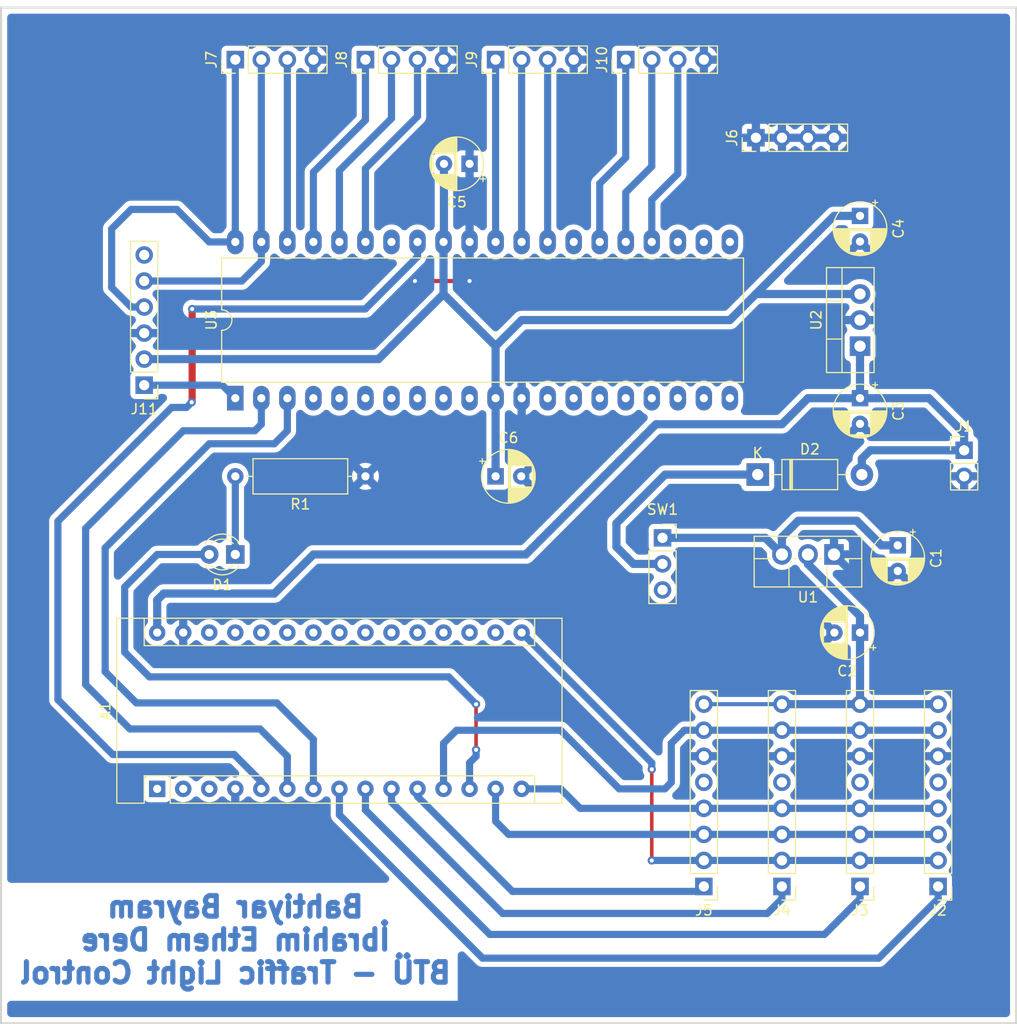
<source format=kicad_pcb>
(kicad_pcb (version 20171130) (host pcbnew 5.0.2+dfsg1-1~bpo9+1)
  (title_block (title "Traffic Light Controller") (date 2018-12-03) (rev 1.1.0) (company BTÜ) (comment 1 "Bahtiyar Bayram"))
  (layers (0 F.Cu signal) (31 B.Cu signal) (34 B.Paste user) (35 F.Paste user) (36 B.SilkS user) (37 F.SilkS user) (38 B.Mask user) (39 F.Mask user) (44 Edge.Cuts user))
  (net 0 "")
  (net 1 GND)
  (net 2 /cardDetected)
  (net 3 /cardSelect0)
  (net 4 /cardSelect1)
  (net 5 SS1)
  (net 6 /RST)
  (net 7 /LED)
  (net 8 /MOSI)
  (net 9 +BATT)
  (net 10 /MISO)
  (net 11 /SCK)
  (net 12 +3V3)
  (net 13 +5V)
  (net 14 "Net-(D1-Pad1)")
  (net 15 /LED_G_1)
  (net 16 /LED_R_2)
  (net 17 /LED_Y_2)
  (net 18 /LED_G_3)
  (net 19 /LED_Y_3)
  (net 20 /LED_R_4)
  (net 21 /LED_Y_4)
  (net 22 /LED_G_4)
  (net 23 PGC)
  (net 24 PGD)
  (net 25 ~MCLR)
  (net 26 SS2)
  (net 27 SS3)
  (net 28 SS4)
  (net 29 /LED_G_2)
  (net 30 /LED_R_3)
  (net 31 "Net-(C1-Pad1)")
  (net 32 "Net-(D2-Pad1)")
  (module Package_DIP:DIP-40_W15.24mm_LongPads (layer F.Cu) (at 124.46 88.9 90)
    (fp_text reference U3 (at 7.62 -2.33 90) (layer F.SilkS))
    (fp_text value PIC18F45K22)
    (pad 1 thru_hole rect (at 0 0 90) (size 2.4 1.6) (drill 0.8) (layers *.Cu *.Mask) (net 25 ~MCLR))
    (pad 21 thru_hole oval (at 15.24 48.26 90) (size 2.4 1.6) (drill 0.8) (layers *.Cu *.Mask))
    (pad 2 thru_hole oval (at 0 2.54 90) (size 2.4 1.6) (drill 0.8) (layers *.Cu *.Mask) (net 3 /cardSelect0))
    (pad 22 thru_hole oval (at 15.24 45.72 90) (size 2.4 1.6) (drill 0.8) (layers *.Cu *.Mask))
    (pad 3 thru_hole oval (at 0 5.08 90) (size 2.4 1.6) (drill 0.8) (layers *.Cu *.Mask) (net 4 /cardSelect1))
    (pad 23 thru_hole oval (at 15.24 43.18 90) (size 2.4 1.6) (drill 0.8) (layers *.Cu *.Mask))
    (pad 4 thru_hole oval (at 0 7.62 90) (size 2.4 1.6) (drill 0.8) (layers *.Cu *.Mask))
    (pad 24 thru_hole oval (at 15.24 40.64 90) (size 2.4 1.6) (drill 0.8) (layers *.Cu *.Mask) (net 22 /LED_G_4))
    (pad 5 thru_hole oval (at 0 10.16 90) (size 2.4 1.6) (drill 0.8) (layers *.Cu *.Mask))
    (pad 25 thru_hole oval (at 15.24 38.1 90) (size 2.4 1.6) (drill 0.8) (layers *.Cu *.Mask) (net 21 /LED_Y_4))
    (pad 6 thru_hole oval (at 0 12.7 90) (size 2.4 1.6) (drill 0.8) (layers *.Cu *.Mask))
    (pad 26 thru_hole oval (at 15.24 35.56 90) (size 2.4 1.6) (drill 0.8) (layers *.Cu *.Mask) (net 20 /LED_R_4))
    (pad 7 thru_hole oval (at 0 15.24 90) (size 2.4 1.6) (drill 0.8) (layers *.Cu *.Mask))
    (pad 27 thru_hole oval (at 15.24 33.02 90) (size 2.4 1.6) (drill 0.8) (layers *.Cu *.Mask))
    (pad 8 thru_hole oval (at 0 17.78 90) (size 2.4 1.6) (drill 0.8) (layers *.Cu *.Mask))
    (pad 28 thru_hole oval (at 15.24 30.48 90) (size 2.4 1.6) (drill 0.8) (layers *.Cu *.Mask) (net 18 /LED_G_3))
    (pad 9 thru_hole oval (at 0 20.32 90) (size 2.4 1.6) (drill 0.8) (layers *.Cu *.Mask))
    (pad 29 thru_hole oval (at 15.24 27.94 90) (size 2.4 1.6) (drill 0.8) (layers *.Cu *.Mask) (net 19 /LED_Y_3))
    (pad 10 thru_hole oval (at 0 22.86 90) (size 2.4 1.6) (drill 0.8) (layers *.Cu *.Mask))
    (pad 30 thru_hole oval (at 15.24 25.4 90) (size 2.4 1.6) (drill 0.8) (layers *.Cu *.Mask) (net 30 /LED_R_3))
    (pad 11 thru_hole oval (at 0 25.4 90) (size 2.4 1.6) (drill 0.8) (layers *.Cu *.Mask) (net 13 +5V))
    (pad 31 thru_hole oval (at 15.24 22.86 90) (size 2.4 1.6) (drill 0.8) (layers *.Cu *.Mask) (net 1 GND))
    (pad 12 thru_hole oval (at 0 27.94 90) (size 2.4 1.6) (drill 0.8) (layers *.Cu *.Mask) (net 1 GND))
    (pad 32 thru_hole oval (at 15.24 20.32 90) (size 2.4 1.6) (drill 0.8) (layers *.Cu *.Mask) (net 13 +5V))
    (pad 13 thru_hole oval (at 0 30.48 90) (size 2.4 1.6) (drill 0.8) (layers *.Cu *.Mask))
    (pad 33 thru_hole oval (at 15.24 17.78 90) (size 2.4 1.6) (drill 0.8) (layers *.Cu *.Mask) (net 2 /cardDetected))
    (pad 14 thru_hole oval (at 0 33.02 90) (size 2.4 1.6) (drill 0.8) (layers *.Cu *.Mask))
    (pad 34 thru_hole oval (at 15.24 15.24 90) (size 2.4 1.6) (drill 0.8) (layers *.Cu *.Mask))
    (pad 15 thru_hole oval (at 0 35.56 90) (size 2.4 1.6) (drill 0.8) (layers *.Cu *.Mask))
    (pad 35 thru_hole oval (at 15.24 12.7 90) (size 2.4 1.6) (drill 0.8) (layers *.Cu *.Mask) (net 29 /LED_G_2))
    (pad 16 thru_hole oval (at 0 38.1 90) (size 2.4 1.6) (drill 0.8) (layers *.Cu *.Mask))
    (pad 36 thru_hole oval (at 15.24 10.16 90) (size 2.4 1.6) (drill 0.8) (layers *.Cu *.Mask) (net 17 /LED_Y_2))
    (pad 17 thru_hole oval (at 0 40.64 90) (size 2.4 1.6) (drill 0.8) (layers *.Cu *.Mask))
    (pad 37 thru_hole oval (at 15.24 7.62 90) (size 2.4 1.6) (drill 0.8) (layers *.Cu *.Mask) (net 16 /LED_R_2))
    (pad 18 thru_hole oval (at 0 43.18 90) (size 2.4 1.6) (drill 0.8) (layers *.Cu *.Mask))
    (pad 38 thru_hole oval (at 15.24 5.08 90) (size 2.4 1.6) (drill 0.8) (layers *.Cu *.Mask) (net 15 /LED_G_1))
    (pad 19 thru_hole oval (at 0 45.72 90) (size 2.4 1.6) (drill 0.8) (layers *.Cu *.Mask))
    (pad 39 thru_hole oval (at 15.24 2.54 90) (size 2.4 1.6) (drill 0.8) (layers *.Cu *.Mask) (net 23 PGC))
    (pad 20 thru_hole oval (at 0 48.26 90) (size 2.4 1.6) (drill 0.8) (layers *.Cu *.Mask))
    (pad 40 thru_hole oval (at 15.24 0 90) (size 2.4 1.6) (drill 0.8) (layers *.Cu *.Mask) (net 24 PGD))
  )
  (module Module:Arduino_Nano (layer F.Cu) (at 116.84 127 90)
    (fp_text reference A1 (at 7.62 -5.08 90) (layer F.SilkS))
    (fp_text value Arduino_Nano_v3.x)
    (pad 1 thru_hole rect (at 0 0 90) (size 1.6 1.6) (drill 0.8) (layers *.Cu *.Mask))
    (pad 17 thru_hole oval (at 15.24 33.02 90) (size 1.6 1.6) (drill 0.8) (layers *.Cu *.Mask))
    (pad 2 thru_hole oval (at 0 2.54 90) (size 1.6 1.6) (drill 0.8) (layers *.Cu *.Mask))
    (pad 18 thru_hole oval (at 15.24 30.48 90) (size 1.6 1.6) (drill 0.8) (layers *.Cu *.Mask))
    (pad 3 thru_hole oval (at 0 5.08 90) (size 1.6 1.6) (drill 0.8) (layers *.Cu *.Mask))
    (pad 19 thru_hole oval (at 15.24 27.94 90) (size 1.6 1.6) (drill 0.8) (layers *.Cu *.Mask))
    (pad 4 thru_hole oval (at 0 7.62 90) (size 1.6 1.6) (drill 0.8) (layers *.Cu *.Mask) (net 1 GND))
    (pad 20 thru_hole oval (at 15.24 25.4 90) (size 1.6 1.6) (drill 0.8) (layers *.Cu *.Mask))
    (pad 5 thru_hole oval (at 0 10.16 90) (size 1.6 1.6) (drill 0.8) (layers *.Cu *.Mask) (net 2 /cardDetected))
    (pad 21 thru_hole oval (at 15.24 22.86 90) (size 1.6 1.6) (drill 0.8) (layers *.Cu *.Mask))
    (pad 6 thru_hole oval (at 0 12.7 90) (size 1.6 1.6) (drill 0.8) (layers *.Cu *.Mask) (net 3 /cardSelect0))
    (pad 22 thru_hole oval (at 15.24 20.32 90) (size 1.6 1.6) (drill 0.8) (layers *.Cu *.Mask))
    (pad 7 thru_hole oval (at 0 15.24 90) (size 1.6 1.6) (drill 0.8) (layers *.Cu *.Mask) (net 4 /cardSelect1))
    (pad 23 thru_hole oval (at 15.24 17.78 90) (size 1.6 1.6) (drill 0.8) (layers *.Cu *.Mask))
    (pad 8 thru_hole oval (at 0 17.78 90) (size 1.6 1.6) (drill 0.8) (layers *.Cu *.Mask) (net 5 SS1))
    (pad 24 thru_hole oval (at 15.24 15.24 90) (size 1.6 1.6) (drill 0.8) (layers *.Cu *.Mask))
    (pad 9 thru_hole oval (at 0 20.32 90) (size 1.6 1.6) (drill 0.8) (layers *.Cu *.Mask) (net 26 SS2))
    (pad 25 thru_hole oval (at 15.24 12.7 90) (size 1.6 1.6) (drill 0.8) (layers *.Cu *.Mask))
    (pad 10 thru_hole oval (at 0 22.86 90) (size 1.6 1.6) (drill 0.8) (layers *.Cu *.Mask) (net 27 SS3))
    (pad 26 thru_hole oval (at 15.24 10.16 90) (size 1.6 1.6) (drill 0.8) (layers *.Cu *.Mask))
    (pad 11 thru_hole oval (at 0 25.4 90) (size 1.6 1.6) (drill 0.8) (layers *.Cu *.Mask) (net 28 SS4))
    (pad 27 thru_hole oval (at 15.24 7.62 90) (size 1.6 1.6) (drill 0.8) (layers *.Cu *.Mask))
    (pad 12 thru_hole oval (at 0 27.94 90) (size 1.6 1.6) (drill 0.8) (layers *.Cu *.Mask) (net 6 /RST))
    (pad 28 thru_hole oval (at 15.24 5.08 90) (size 1.6 1.6) (drill 0.8) (layers *.Cu *.Mask))
    (pad 13 thru_hole oval (at 0 30.48 90) (size 1.6 1.6) (drill 0.8) (layers *.Cu *.Mask) (net 7 /LED))
    (pad 29 thru_hole oval (at 15.24 2.54 90) (size 1.6 1.6) (drill 0.8) (layers *.Cu *.Mask) (net 1 GND))
    (pad 14 thru_hole oval (at 0 33.02 90) (size 1.6 1.6) (drill 0.8) (layers *.Cu *.Mask) (net 8 /MOSI))
    (pad 30 thru_hole oval (at 15.24 0 90) (size 1.6 1.6) (drill 0.8) (layers *.Cu *.Mask) (net 9 +BATT))
    (pad 15 thru_hole oval (at 0 35.56 90) (size 1.6 1.6) (drill 0.8) (layers *.Cu *.Mask) (net 10 /MISO))
    (pad 16 thru_hole oval (at 15.24 35.56 90) (size 1.6 1.6) (drill 0.8) (layers *.Cu *.Mask) (net 11 /SCK))
  )
  (module Capacitor_THT:CP_Radial_D5.0mm_P2.50mm (layer F.Cu) (at 189.1 103.25 270)
    (fp_text reference C1 (at 1.25 -3.75 270) (layer F.SilkS))
    (fp_text value 10u)
    (pad 2 thru_hole circle (at 2.5 0 270) (size 1.6 1.6) (drill 0.8) (layers *.Cu *.Mask) (net 1 GND))
    (pad 1 thru_hole rect (at 0 0 270) (size 1.6 1.6) (drill 0.8) (layers *.Cu *.Mask) (net 31 "Net-(C1-Pad1)"))
  )
  (module Capacitor_THT:CP_Radial_D5.0mm_P2.50mm (layer F.Cu) (at 185.42 111.76 180)
    (fp_text reference C2 (at 1.25 -3.75 180) (layer F.SilkS))
    (fp_text value 10u)
    (pad 1 thru_hole rect (at 0 0 180) (size 1.6 1.6) (drill 0.8) (layers *.Cu *.Mask) (net 12 +3V3))
    (pad 2 thru_hole circle (at 2.5 0 180) (size 1.6 1.6) (drill 0.8) (layers *.Cu *.Mask) (net 1 GND))
  )
  (module Capacitor_THT:CP_Radial_D5.0mm_P2.50mm (layer F.Cu) (at 185.42 88.9 270)
    (fp_text reference C3 (at 1.25 -3.75 270) (layer F.SilkS))
    (fp_text value 10u)
    (pad 2 thru_hole circle (at 2.5 0 270) (size 1.6 1.6) (drill 0.8) (layers *.Cu *.Mask) (net 1 GND))
    (pad 1 thru_hole rect (at 0 0 270) (size 1.6 1.6) (drill 0.8) (layers *.Cu *.Mask) (net 9 +BATT))
  )
  (module Capacitor_THT:CP_Radial_D5.0mm_P2.50mm (layer F.Cu) (at 185.42 71.12 270)
    (fp_text reference C4 (at 1.25 -3.75 270) (layer F.SilkS))
    (fp_text value 10u)
    (pad 1 thru_hole rect (at 0 0 270) (size 1.6 1.6) (drill 0.8) (layers *.Cu *.Mask) (net 13 +5V))
    (pad 2 thru_hole circle (at 2.5 0 270) (size 1.6 1.6) (drill 0.8) (layers *.Cu *.Mask) (net 1 GND))
  )
  (module Capacitor_THT:CP_Radial_D5.0mm_P2.50mm (layer F.Cu) (at 147.32 66.04 180)
    (fp_text reference C5 (at 1.25 -3.75 180) (layer F.SilkS))
    (fp_text value 0.1u)
    (pad 2 thru_hole circle (at 2.5 0 180) (size 1.6 1.6) (drill 0.8) (layers *.Cu *.Mask) (net 13 +5V))
    (pad 1 thru_hole rect (at 0 0 180) (size 1.6 1.6) (drill 0.8) (layers *.Cu *.Mask) (net 1 GND))
  )
  (module Capacitor_THT:CP_Radial_D5.0mm_P2.50mm (layer F.Cu) (at 149.86 96.52)
    (fp_text reference C6 (at 1.25 -3.75) (layer F.SilkS))
    (fp_text value 0.1u)
    (pad 1 thru_hole rect (at 0 0) (size 1.6 1.6) (drill 0.8) (layers *.Cu *.Mask) (net 13 +5V))
    (pad 2 thru_hole circle (at 2.5 0) (size 1.6 1.6) (drill 0.8) (layers *.Cu *.Mask) (net 1 GND))
  )
  (module LED_THT:LED_D3.0mm (layer F.Cu) (at 124.46 104.14 180)
    (fp_text reference D1 (at 1.27 -2.96 180) (layer F.SilkS))
    (fp_text value LED)
    (pad 1 thru_hole rect (at 0 0 180) (size 1.8 1.8) (drill 0.9) (layers *.Cu *.Mask) (net 14 "Net-(D1-Pad1)"))
    (pad 2 thru_hole circle (at 2.54 0 180) (size 1.8 1.8) (drill 0.9) (layers *.Cu *.Mask) (net 7 /LED))
  )
  (module Connector_PinHeader_2.54mm:PinHeader_1x02_P2.54mm_Vertical (layer F.Cu) (at 195.58 93.98)
    (fp_text reference J1 (at 0 -2.33) (layer F.SilkS))
    (fp_text value BATTERY)
    (pad 1 thru_hole rect (at 0 0) (size 1.7 1.7) (drill 1) (layers *.Cu *.Mask) (net 9 +BATT))
    (pad 2 thru_hole oval (at 0 2.54) (size 1.7 1.7) (drill 1) (layers *.Cu *.Mask) (net 1 GND))
  )
  (module Connector_PinHeader_2.54mm:PinHeader_1x08_P2.54mm_Vertical (layer F.Cu) (at 193.04 136.520087 180)
    (fp_text reference J2 (at 0 -2.33 180) (layer F.SilkS))
    (fp_text value RFID-RC522_1)
    (pad 1 thru_hole rect (at 0 0 180) (size 1.7 1.7) (drill 1) (layers *.Cu *.Mask) (net 5 SS1))
    (pad 2 thru_hole oval (at 0 2.54 180) (size 1.7 1.7) (drill 1) (layers *.Cu *.Mask) (net 11 /SCK))
    (pad 3 thru_hole oval (at 0 5.08 180) (size 1.7 1.7) (drill 1) (layers *.Cu *.Mask) (net 8 /MOSI))
    (pad 4 thru_hole oval (at 0 7.62 180) (size 1.7 1.7) (drill 1) (layers *.Cu *.Mask) (net 10 /MISO))
    (pad 5 thru_hole oval (at 0 10.16 180) (size 1.7 1.7) (drill 1) (layers *.Cu *.Mask))
    (pad 6 thru_hole oval (at 0 12.7 180) (size 1.7 1.7) (drill 1) (layers *.Cu *.Mask) (net 1 GND))
    (pad 7 thru_hole oval (at 0 15.24 180) (size 1.7 1.7) (drill 1) (layers *.Cu *.Mask) (net 6 /RST))
    (pad 8 thru_hole oval (at 0 17.78 180) (size 1.7 1.7) (drill 1) (layers *.Cu *.Mask) (net 12 +3V3))
  )
  (module Connector_PinHeader_2.54mm:PinHeader_1x08_P2.54mm_Vertical (layer F.Cu) (at 185.42 136.520087 180)
    (fp_text reference J3 (at 0 -2.33 180) (layer F.SilkS))
    (fp_text value RFID-RC522_2)
    (pad 8 thru_hole oval (at 0 17.78 180) (size 1.7 1.7) (drill 1) (layers *.Cu *.Mask) (net 12 +3V3))
    (pad 7 thru_hole oval (at 0 15.24 180) (size 1.7 1.7) (drill 1) (layers *.Cu *.Mask) (net 6 /RST))
    (pad 6 thru_hole oval (at 0 12.7 180) (size 1.7 1.7) (drill 1) (layers *.Cu *.Mask) (net 1 GND))
    (pad 5 thru_hole oval (at 0 10.16 180) (size 1.7 1.7) (drill 1) (layers *.Cu *.Mask))
    (pad 4 thru_hole oval (at 0 7.62 180) (size 1.7 1.7) (drill 1) (layers *.Cu *.Mask) (net 10 /MISO))
    (pad 3 thru_hole oval (at 0 5.08 180) (size 1.7 1.7) (drill 1) (layers *.Cu *.Mask) (net 8 /MOSI))
    (pad 2 thru_hole oval (at 0 2.54 180) (size 1.7 1.7) (drill 1) (layers *.Cu *.Mask) (net 11 /SCK))
    (pad 1 thru_hole rect (at 0 0 180) (size 1.7 1.7) (drill 1) (layers *.Cu *.Mask) (net 26 SS2))
  )
  (module Connector_PinHeader_2.54mm:PinHeader_1x08_P2.54mm_Vertical (layer F.Cu) (at 177.8 136.520087 180)
    (fp_text reference J4 (at 0 -2.33 180) (layer F.SilkS))
    (fp_text value RFID-RC522_3)
    (pad 1 thru_hole rect (at 0 0 180) (size 1.7 1.7) (drill 1) (layers *.Cu *.Mask) (net 27 SS3))
    (pad 2 thru_hole oval (at 0 2.54 180) (size 1.7 1.7) (drill 1) (layers *.Cu *.Mask) (net 11 /SCK))
    (pad 3 thru_hole oval (at 0 5.08 180) (size 1.7 1.7) (drill 1) (layers *.Cu *.Mask) (net 8 /MOSI))
    (pad 4 thru_hole oval (at 0 7.62 180) (size 1.7 1.7) (drill 1) (layers *.Cu *.Mask) (net 10 /MISO))
    (pad 5 thru_hole oval (at 0 10.16 180) (size 1.7 1.7) (drill 1) (layers *.Cu *.Mask))
    (pad 6 thru_hole oval (at 0 12.7 180) (size 1.7 1.7) (drill 1) (layers *.Cu *.Mask) (net 1 GND))
    (pad 7 thru_hole oval (at 0 15.24 180) (size 1.7 1.7) (drill 1) (layers *.Cu *.Mask) (net 6 /RST))
    (pad 8 thru_hole oval (at 0 17.78 180) (size 1.7 1.7) (drill 1) (layers *.Cu *.Mask) (net 12 +3V3))
  )
  (module Connector_PinHeader_2.54mm:PinHeader_1x08_P2.54mm_Vertical (layer F.Cu) (at 170.18 136.520087 180)
    (fp_text reference J5 (at 0 -2.33 180) (layer F.SilkS))
    (fp_text value RFID-RC522_4)
    (pad 8 thru_hole oval (at 0 17.78 180) (size 1.7 1.7) (drill 1) (layers *.Cu *.Mask) (net 12 +3V3))
    (pad 7 thru_hole oval (at 0 15.24 180) (size 1.7 1.7) (drill 1) (layers *.Cu *.Mask) (net 6 /RST))
    (pad 6 thru_hole oval (at 0 12.7 180) (size 1.7 1.7) (drill 1) (layers *.Cu *.Mask) (net 1 GND))
    (pad 5 thru_hole oval (at 0 10.16 180) (size 1.7 1.7) (drill 1) (layers *.Cu *.Mask))
    (pad 4 thru_hole oval (at 0 7.62 180) (size 1.7 1.7) (drill 1) (layers *.Cu *.Mask) (net 10 /MISO))
    (pad 3 thru_hole oval (at 0 5.08 180) (size 1.7 1.7) (drill 1) (layers *.Cu *.Mask) (net 8 /MOSI))
    (pad 2 thru_hole oval (at 0 2.54 180) (size 1.7 1.7) (drill 1) (layers *.Cu *.Mask) (net 11 /SCK))
    (pad 1 thru_hole rect (at 0 0 180) (size 1.7 1.7) (drill 1) (layers *.Cu *.Mask) (net 28 SS4))
  )
  (module Connector_PinHeader_2.54mm:PinHeader_1x06_P2.54mm_Vertical (layer F.Cu) (at 115.57 87.63 180)
    (fp_text reference J11 (at 0 -2.33 180) (layer F.SilkS))
    (fp_text value ICSP)
    (pad 1 thru_hole rect (at 0 0 180) (size 1.7 1.7) (drill 1) (layers *.Cu *.Mask) (net 25 ~MCLR))
    (pad 2 thru_hole oval (at 0 2.54 180) (size 1.7 1.7) (drill 1) (layers *.Cu *.Mask) (net 13 +5V))
    (pad 3 thru_hole oval (at 0 5.08 180) (size 1.7 1.7) (drill 1) (layers *.Cu *.Mask) (net 1 GND))
    (pad 4 thru_hole oval (at 0 7.62 180) (size 1.7 1.7) (drill 1) (layers *.Cu *.Mask) (net 24 PGD))
    (pad 5 thru_hole oval (at 0 10.16 180) (size 1.7 1.7) (drill 1) (layers *.Cu *.Mask) (net 23 PGC))
    (pad 6 thru_hole oval (at 0 12.7 180) (size 1.7 1.7) (drill 1) (layers *.Cu *.Mask))
  )
  (module Resistor_THT:R_Axial_DIN0309_L9.0mm_D3.2mm_P12.70mm_Horizontal (layer F.Cu) (at 137.16 96.52 180)
    (fp_text reference R1 (at 6.35 -2.72 180) (layer F.SilkS))
    (fp_text value 330)
    (pad 1 thru_hole circle (at 0 0 180) (size 1.6 1.6) (drill 0.8) (layers *.Cu *.Mask) (net 1 GND))
    (pad 2 thru_hole oval (at 12.7 0 180) (size 1.6 1.6) (drill 0.8) (layers *.Cu *.Mask) (net 14 "Net-(D1-Pad1)"))
  )
  (module Package_TO_SOT_THT:TO-220F-3_Vertical (layer F.Cu) (at 182.88 104.14 180)
    (fp_text reference U1 (at 2.54 -4.1675 180) (layer F.SilkS))
    (fp_text value LM1117-3.3)
    (pad 1 thru_hole rect (at 0 0 180) (size 1.905 2) (drill 1.2) (layers *.Cu *.Mask) (net 1 GND))
    (pad 2 thru_hole oval (at 2.54 0 180) (size 1.905 2) (drill 1.2) (layers *.Cu *.Mask) (net 12 +3V3))
    (pad 3 thru_hole oval (at 5.08 0 180) (size 1.905 2) (drill 1.2) (layers *.Cu *.Mask) (net 31 "Net-(C1-Pad1)"))
  )
  (module Package_TO_SOT_THT:TO-220-3_Vertical (layer F.Cu) (at 185.42 83.82 90)
    (fp_text reference U2 (at 2.54 -4.27 90) (layer F.SilkS))
    (fp_text value L7805)
    (pad 1 thru_hole rect (at 0 0 90) (size 1.905 2) (drill 1.1) (layers *.Cu *.Mask) (net 9 +BATT))
    (pad 2 thru_hole oval (at 2.54 0 90) (size 1.905 2) (drill 1.1) (layers *.Cu *.Mask) (net 1 GND))
    (pad 3 thru_hole oval (at 5.08 0 90) (size 1.905 2) (drill 1.1) (layers *.Cu *.Mask) (net 13 +5V))
  )
  (module Diode_THT:D_DO-41_SOD81_P10.16mm_Horizontal (layer F.Cu) (at 175.44 96.35)
    (fp_text reference D2 (at 5.08 -2.47) (layer F.SilkS))
    (fp_text value 1N4007)
    (fp_text user K (at 0 -2.1) (layer F.SilkS))
    (pad 1 thru_hole rect (at 0 0) (size 2.2 2.2) (drill 1.1) (layers *.Cu *.Mask) (net 32 "Net-(D2-Pad1)"))
    (pad 2 thru_hole oval (at 10.16 0) (size 2.2 2.2) (drill 1.1) (layers *.Cu *.Mask) (net 9 +BATT))
  )
  (module Connector_PinHeader_2.54mm:PinHeader_1x04_P2.54mm_Vertical (layer F.Cu) (at 124.46 55.88 90)
    (fp_text reference J7 (at 0 -2.33 90) (layer F.SilkS))
    (fp_text value Traffic_LEDS-1)
    (pad 4 thru_hole oval (at 0 7.62 90) (size 1.7 1.7) (drill 1) (layers *.Cu *.Mask) (net 1 GND))
    (pad 3 thru_hole oval (at 0 5.08 90) (size 1.7 1.7) (drill 1) (layers *.Cu *.Mask) (net 15 /LED_G_1))
    (pad 2 thru_hole oval (at 0 2.54 90) (size 1.7 1.7) (drill 1) (layers *.Cu *.Mask) (net 23 PGC))
    (pad 1 thru_hole rect (at 0 0 90) (size 1.7 1.7) (drill 1) (layers *.Cu *.Mask) (net 24 PGD))
  )
  (module Connector_PinHeader_2.54mm:PinHeader_1x04_P2.54mm_Vertical (layer F.Cu) (at 137.16 55.88 90)
    (fp_text reference J8 (at 0 -2.33 90) (layer F.SilkS))
    (fp_text value Traffic_LEDS-2)
    (pad 1 thru_hole rect (at 0 0 90) (size 1.7 1.7) (drill 1) (layers *.Cu *.Mask) (net 16 /LED_R_2))
    (pad 2 thru_hole oval (at 0 2.54 90) (size 1.7 1.7) (drill 1) (layers *.Cu *.Mask) (net 17 /LED_Y_2))
    (pad 3 thru_hole oval (at 0 5.08 90) (size 1.7 1.7) (drill 1) (layers *.Cu *.Mask) (net 29 /LED_G_2))
    (pad 4 thru_hole oval (at 0 7.62 90) (size 1.7 1.7) (drill 1) (layers *.Cu *.Mask) (net 1 GND))
  )
  (module Connector_PinHeader_2.54mm:PinHeader_1x04_P2.54mm_Vertical (layer F.Cu) (at 149.86 55.88 90)
    (fp_text reference J9 (at 0 -2.33 90) (layer F.SilkS))
    (fp_text value Traffic_LEDS-3)
    (pad 4 thru_hole oval (at 0 7.62 90) (size 1.7 1.7) (drill 1) (layers *.Cu *.Mask) (net 1 GND))
    (pad 3 thru_hole oval (at 0 5.08 90) (size 1.7 1.7) (drill 1) (layers *.Cu *.Mask) (net 18 /LED_G_3))
    (pad 2 thru_hole oval (at 0 2.54 90) (size 1.7 1.7) (drill 1) (layers *.Cu *.Mask) (net 19 /LED_Y_3))
    (pad 1 thru_hole rect (at 0 0 90) (size 1.7 1.7) (drill 1) (layers *.Cu *.Mask) (net 30 /LED_R_3))
  )
  (module Connector_PinHeader_2.54mm:PinHeader_1x04_P2.54mm_Vertical (layer F.Cu) (at 162.56 55.88 90)
    (fp_text reference J10 (at 0 -2.33 90) (layer F.SilkS))
    (fp_text value Traffic_LEDS-4)
    (pad 1 thru_hole rect (at 0 0 90) (size 1.7 1.7) (drill 1) (layers *.Cu *.Mask) (net 20 /LED_R_4))
    (pad 2 thru_hole oval (at 0 2.54 90) (size 1.7 1.7) (drill 1) (layers *.Cu *.Mask) (net 21 /LED_Y_4))
    (pad 3 thru_hole oval (at 0 5.08 90) (size 1.7 1.7) (drill 1) (layers *.Cu *.Mask) (net 22 /LED_G_4))
    (pad 4 thru_hole oval (at 0 7.62 90) (size 1.7 1.7) (drill 1) (layers *.Cu *.Mask) (net 1 GND))
  )
  (module Connector_PinSocket_2.54mm:PinSocket_1x03_P2.54mm_Vertical (layer F.Cu) (at 166.15 102.52)
    (fp_text reference SW1 (at 0 -2.77) (layer F.SilkS))
    (fp_text value PWR)
    (pad 1 thru_hole rect (at 0 0) (size 1.7 1.7) (drill 1) (layers *.Cu *.Mask) (net 31 "Net-(C1-Pad1)"))
    (pad 2 thru_hole oval (at 0 2.54) (size 1.7 1.7) (drill 1) (layers *.Cu *.Mask) (net 32 "Net-(D2-Pad1)"))
    (pad 3 thru_hole oval (at 0 5.08) (size 1.7 1.7) (drill 1) (layers *.Cu *.Mask))
  )
  (module Connector_PinHeader_2.54mm:PinHeader_1x04_P2.54mm_Vertical (layer F.Cu) (at 175.26 63.5 90)
    (fp_text reference J6 (at 0 -2.33 90) (layer F.SilkS))
    (fp_text value Ground)
    (pad 1 thru_hole rect (at 0 0 90) (size 1.7 1.7) (drill 1) (layers *.Cu *.Mask) (net 1 GND))
    (pad 2 thru_hole oval (at 0 2.54 90) (size 1.7 1.7) (drill 1) (layers *.Cu *.Mask) (net 1 GND))
    (pad 3 thru_hole oval (at 0 5.08 90) (size 1.7 1.7) (drill 1) (layers *.Cu *.Mask) (net 1 GND))
    (pad 4 thru_hole oval (at 0 7.62 90) (size 1.7 1.7) (drill 1) (layers *.Cu *.Mask) (net 1 GND))
  )
  (gr_text "Bahtiyar Bayram\nİbrahim Ethem Dere\nBTÜ - Traffic Light Control" (at 124.46 141.732) (layer B.Cu) (effects (font (size 2 2) (thickness 0.5)) (justify mirror)))
  (gr_line (start 101.6 149.86) (end 101.6 50.8) (layer Edge.Cuts) (width 0.2))
  (gr_line (start 200.66 149.86) (end 101.6 149.86) (layer Edge.Cuts) (width 0.2))
  (gr_line (start 200.66 50.8) (end 200.66 149.86) (layer Edge.Cuts) (width 0.2))
  (gr_line (start 101.6 50.8) (end 200.66 50.8) (layer Edge.Cuts) (width 0.2))
  (via (at 141.986 77.47) (size 0.8) (drill 0.4) (layers F.Cu B.Cu) (net 1))
  (via (at 147.32 77.47) (size 0.8) (drill 0.4) (layers F.Cu B.Cu) (net 1))
  (segment (start 141.986 77.47) (end 147.32 77.47) (width 0.4) (layer F.Cu) (net 1))
  (segment (start 147.32 73.66) (end 147.32 77.47) (width 0.8) (layer B.Cu) (net 1))
  (segment (start 115.57 82.55) (end 136.906 82.55) (width 0.8) (layer B.Cu) (net 1))
  (segment (start 141.986 77.47) (end 136.906 82.55) (width 0.8) (layer B.Cu) (net 1))
  (segment (start 184.49 105.75) (end 182.88 104.14) (width 0.8) (layer B.Cu) (net 1))
  (segment (start 189.1 105.75) (end 184.49 105.75) (width 0.8) (layer B.Cu) (net 1))
  (segment (start 142.24 74.06) (end 142.25 74.07) (width 0.7) (layer B.Cu) (net 2))
  (segment (start 142.24 73.66) (end 142.24 74.06) (width 0.7) (layer B.Cu) (net 2))
  (segment (start 142.25 74.07) (end 142.25 75.1) (width 0.7) (layer B.Cu) (net 2))
  (segment (start 142.25 75.1) (end 137.15 80.2) (width 0.7) (layer B.Cu) (net 2))
  (via (at 120.25 80.2) (size 0.8) (drill 0.4) (layers F.Cu B.Cu) (net 2))
  (segment (start 137.15 80.2) (end 120.25 80.2) (width 0.7) (layer B.Cu) (net 2))
  (via (at 120.2 89.3) (size 0.8) (drill 0.4) (layers F.Cu B.Cu) (net 2))
  (segment (start 120.25 89.25) (end 120.2 89.3) (width 0.7) (layer F.Cu) (net 2))
  (segment (start 120.25 80.2) (end 120.25 89.25) (width 0.7) (layer F.Cu) (net 2))
  (segment (start 124.35 123.65) (end 127 126.3) (width 0.7) (layer B.Cu) (net 2))
  (segment (start 112.5 123.65) (end 124.35 123.65) (width 0.7) (layer B.Cu) (net 2))
  (segment (start 127 126.3) (end 127 127) (width 0.7) (layer B.Cu) (net 2))
  (segment (start 107.15 118.3) (end 112.5 123.65) (width 0.7) (layer B.Cu) (net 2))
  (segment (start 107.15 100.9) (end 107.15 118.3) (width 0.7) (layer B.Cu) (net 2))
  (segment (start 119.7 89.8) (end 118.25 89.8) (width 0.7) (layer B.Cu) (net 2))
  (segment (start 120.2 89.3) (end 119.7 89.8) (width 0.7) (layer B.Cu) (net 2))
  (segment (start 118.25 89.8) (end 107.15 100.9) (width 0.7) (layer B.Cu) (net 2))
  (segment (start 129.54 123.825) (end 129.54 127) (width 0.7) (layer B.Cu) (net 3))
  (segment (start 126.873 121.158) (end 129.54 123.825) (width 0.7) (layer B.Cu) (net 3))
  (segment (start 109.855 116.84) (end 114.173 121.158) (width 0.7) (layer B.Cu) (net 3))
  (segment (start 114.173 121.158) (end 126.873 121.158) (width 0.7) (layer B.Cu) (net 3))
  (segment (start 109.855 101.6) (end 109.855 116.84) (width 0.7) (layer B.Cu) (net 3))
  (segment (start 127 88.9) (end 127 91.44) (width 0.7) (layer B.Cu) (net 3))
  (segment (start 127 91.44) (end 126.365 92.075) (width 0.7) (layer B.Cu) (net 3))
  (segment (start 126.365 92.075) (end 119.38 92.075) (width 0.7) (layer B.Cu) (net 3))
  (segment (start 119.38 92.075) (end 109.855 101.6) (width 0.7) (layer B.Cu) (net 3))
  (segment (start 128.27 93.345) (end 129.54 92.075) (width 0.7) (layer B.Cu) (net 4))
  (segment (start 129.54 92.075) (end 129.54 88.9) (width 0.7) (layer B.Cu) (net 4))
  (segment (start 121.92 93.345) (end 128.27 93.345) (width 0.7) (layer B.Cu) (net 4))
  (segment (start 111.76 115.57) (end 111.76 103.505) (width 0.7) (layer B.Cu) (net 4))
  (segment (start 132.08 127) (end 132.08 122.18) (width 0.7) (layer B.Cu) (net 4))
  (segment (start 114.808 118.618) (end 111.76 115.57) (width 0.7) (layer B.Cu) (net 4))
  (segment (start 132.08 122.18) (end 128.518 118.618) (width 0.7) (layer B.Cu) (net 4))
  (segment (start 111.76 103.505) (end 121.92 93.345) (width 0.7) (layer B.Cu) (net 4))
  (segment (start 128.518 118.618) (end 114.808 118.618) (width 0.7) (layer B.Cu) (net 4))
  (segment (start 134.62 127) (end 134.62 129.54) (width 0.7) (layer B.Cu) (net 5))
  (segment (start 134.62 129.54) (end 148.59 143.51) (width 0.7) (layer B.Cu) (net 5))
  (segment (start 148.59 143.51) (end 187.250087 143.51) (width 0.7) (layer B.Cu) (net 5))
  (segment (start 193.04 136.520087) (end 193.04 137.720087) (width 0.7) (layer B.Cu) (net 5))
  (segment (start 193.04 137.720087) (end 187.250087 143.51) (width 0.7) (layer B.Cu) (net 5))
  (segment (start 170.18 121.280087) (end 170.175087 121.285) (width 0.35) (layer B.Cu) (net 6))
  (segment (start 167.005 122.555) (end 167.005 126.365) (width 0.7) (layer B.Cu) (net 6))
  (segment (start 167.005 126.365) (end 166.37 127) (width 0.7) (layer B.Cu) (net 6))
  (segment (start 166.37 127) (end 161.925 127) (width 0.7) (layer B.Cu) (net 6))
  (segment (start 161.925 127) (end 156.21 121.285) (width 0.7) (layer B.Cu) (net 6))
  (segment (start 156.21 121.285) (end 146.05 121.285) (width 0.7) (layer B.Cu) (net 6))
  (segment (start 146.05 121.285) (end 144.78 122.555) (width 0.7) (layer B.Cu) (net 6))
  (segment (start 144.78 122.555) (end 144.78 127) (width 0.7) (layer B.Cu) (net 6))
  (segment (start 177.8 121.280087) (end 185.42 121.280087) (width 0.7) (layer B.Cu) (net 6))
  (segment (start 193.04 121.280087) (end 185.42 121.280087) (width 0.7) (layer B.Cu) (net 6))
  (segment (start 167.005 122.555) (end 168.279913 121.280087) (width 0.7) (layer B.Cu) (net 6))
  (segment (start 168.279913 121.280087) (end 170.18 121.280087) (width 0.7) (layer B.Cu) (net 6))
  (segment (start 171.382081 121.280087) (end 177.8 121.280087) (width 0.7) (layer B.Cu) (net 6))
  (segment (start 170.18 121.280087) (end 171.382081 121.280087) (width 0.7) (layer B.Cu) (net 6))
  (via (at 147.955 118.745) (size 0.8) (drill 0.4) (layers F.Cu B.Cu) (net 7))
  (via (at 147.955 123.19) (size 0.8) (drill 0.4) (layers F.Cu B.Cu) (net 7))
  (segment (start 147.955 118.745) (end 147.955 123.19) (width 0.35) (layer F.Cu) (net 7))
  (segment (start 147.32 127) (end 147.32 124.46) (width 0.7) (layer B.Cu) (net 7))
  (segment (start 147.32 124.46) (end 147.955 123.825) (width 0.7) (layer B.Cu) (net 7))
  (segment (start 147.955 123.19) (end 147.955 123.825) (width 0.7) (layer B.Cu) (net 7))
  (segment (start 116.84 104.14) (end 121.92 104.14) (width 0.7) (layer B.Cu) (net 7))
  (segment (start 147.955 118.745) (end 145.288 116.078) (width 0.7) (layer B.Cu) (net 7))
  (segment (start 145.288 116.078) (end 116.078 116.078) (width 0.7) (layer B.Cu) (net 7))
  (segment (start 113.665 107.315) (end 116.84 104.14) (width 0.7) (layer B.Cu) (net 7))
  (segment (start 113.665 113.665) (end 113.665 107.315) (width 0.7) (layer B.Cu) (net 7))
  (segment (start 116.078 116.078) (end 113.665 113.665) (width 0.7) (layer B.Cu) (net 7))
  (segment (start 170.18 131.440087) (end 151.134913 131.440087) (width 0.7) (layer B.Cu) (net 8))
  (segment (start 149.86 130.165174) (end 151.134913 131.440087) (width 0.7) (layer B.Cu) (net 8))
  (segment (start 149.86 130.165174) (end 149.86 127) (width 0.7) (layer B.Cu) (net 8))
  (segment (start 186.622081 131.440087) (end 193.04 131.440087) (width 0.7) (layer B.Cu) (net 8))
  (segment (start 185.42 131.440087) (end 186.622081 131.440087) (width 0.7) (layer B.Cu) (net 8))
  (segment (start 177.8 131.440087) (end 185.42 131.440087) (width 0.7) (layer B.Cu) (net 8))
  (segment (start 177.8 131.440087) (end 170.18 131.440087) (width 0.7) (layer B.Cu) (net 8))
  (segment (start 177.8 91.44) (end 180.34 88.9) (width 0.8) (layer B.Cu) (net 9))
  (segment (start 180.34 88.9) (end 185.42 88.9) (width 0.8) (layer B.Cu) (net 9))
  (segment (start 187.02 88.9) (end 185.42 88.9) (width 0.8) (layer B.Cu) (net 9))
  (segment (start 192.15 88.9) (end 187.02 88.9) (width 0.8) (layer B.Cu) (net 9))
  (segment (start 195.58 92.33) (end 192.15 88.9) (width 0.8) (layer B.Cu) (net 9))
  (segment (start 195.58 93.98) (end 195.58 92.33) (width 0.8) (layer B.Cu) (net 9))
  (segment (start 185.42 88.9) (end 185.42 83.82) (width 0.8) (layer B.Cu) (net 9))
  (segment (start 132.08 104.14) (end 128.27 107.95) (width 0.8) (layer B.Cu) (net 9))
  (segment (start 128.27 107.95) (end 117.475 107.95) (width 0.8) (layer B.Cu) (net 9))
  (segment (start 117.475 107.95) (end 116.84 108.585) (width 0.8) (layer B.Cu) (net 9))
  (segment (start 116.84 108.585) (end 116.84 111.76) (width 0.8) (layer B.Cu) (net 9))
  (segment (start 132.08 104.14) (end 152.81 104.14) (width 0.8) (layer B.Cu) (net 9))
  (segment (start 165.51 91.44) (end 177.8 91.44) (width 0.8) (layer B.Cu) (net 9))
  (segment (start 152.81 104.14) (end 165.51 91.44) (width 0.8) (layer B.Cu) (net 9))
  (segment (start 193.93 93.98) (end 195.58 93.98) (width 0.8) (layer B.Cu) (net 9))
  (segment (start 186.414366 93.98) (end 193.93 93.98) (width 0.8) (layer B.Cu) (net 9))
  (segment (start 185.6 94.794366) (end 186.414366 93.98) (width 0.8) (layer B.Cu) (net 9))
  (segment (start 185.6 96.35) (end 185.6 94.794366) (width 0.8) (layer B.Cu) (net 9))
  (segment (start 152.4 127) (end 156.21 127) (width 0.7) (layer B.Cu) (net 10))
  (segment (start 158.110087 128.900087) (end 170.18 128.900087) (width 0.7) (layer B.Cu) (net 10))
  (segment (start 191.837919 128.900087) (end 185.42 128.900087) (width 0.7) (layer B.Cu) (net 10))
  (segment (start 193.04 128.900087) (end 191.837919 128.900087) (width 0.7) (layer B.Cu) (net 10))
  (segment (start 184.217919 128.900087) (end 177.8 128.900087) (width 0.7) (layer B.Cu) (net 10))
  (segment (start 185.42 128.900087) (end 184.217919 128.900087) (width 0.7) (layer B.Cu) (net 10))
  (segment (start 171.382081 128.900087) (end 177.8 128.900087) (width 0.7) (layer B.Cu) (net 10))
  (segment (start 170.18 128.900087) (end 171.382081 128.900087) (width 0.7) (layer B.Cu) (net 10))
  (segment (start 158.110087 128.900087) (end 156.21 127) (width 0.7) (layer B.Cu) (net 10))
  (via (at 165.1 133.985) (size 0.8) (drill 0.4) (layers F.Cu B.Cu) (net 11))
  (segment (start 165.1 133.985) (end 165.1 125.095) (width 0.35) (layer F.Cu) (net 11))
  (via (at 165.1 125.095) (size 0.8) (drill 0.4) (layers F.Cu B.Cu) (net 11))
  (segment (start 152.4 111.76) (end 165.1 124.46) (width 0.7) (layer B.Cu) (net 11))
  (segment (start 165.1 124.46) (end 165.1 125.095) (width 0.7) (layer B.Cu) (net 11))
  (segment (start 193.04 133.980087) (end 185.42 133.980087) (width 0.7) (layer B.Cu) (net 11))
  (segment (start 185.42 133.980087) (end 177.8 133.980087) (width 0.7) (layer B.Cu) (net 11))
  (segment (start 177.8 133.980087) (end 170.18 133.980087) (width 0.7) (layer B.Cu) (net 11))
  (segment (start 165.104913 133.980087) (end 165.1 133.985) (width 0.7) (layer B.Cu) (net 11))
  (segment (start 170.18 133.980087) (end 165.104913 133.980087) (width 0.7) (layer B.Cu) (net 11))
  (segment (start 170.18 118.740087) (end 177.8 118.740087) (width 0.4) (layer B.Cu) (net 12))
  (segment (start 185.42 118.740087) (end 177.8 118.740087) (width 0.8) (layer B.Cu) (net 12))
  (segment (start 185.42 118.740087) (end 193.04 118.740087) (width 0.8) (layer B.Cu) (net 12))
  (segment (start 185.42 118.740087) (end 185.42 111.76) (width 0.8) (layer B.Cu) (net 12))
  (segment (start 180.34 105.08) (end 180.34 104.14) (width 0.8) (layer B.Cu) (net 12))
  (segment (start 185.42 110.16) (end 180.34 105.08) (width 0.8) (layer B.Cu) (net 12))
  (segment (start 185.42 111.76) (end 185.42 110.16) (width 0.8) (layer B.Cu) (net 12))
  (segment (start 144.82 73.62) (end 144.78 73.66) (width 0.8) (layer B.Cu) (net 13))
  (segment (start 144.82 66.04) (end 144.82 73.62) (width 0.8) (layer B.Cu) (net 13))
  (segment (start 144.78 75.66) (end 144.78 78.74) (width 0.8) (layer B.Cu) (net 13))
  (segment (start 144.78 73.66) (end 144.78 75.66) (width 0.8) (layer B.Cu) (net 13))
  (segment (start 144.78 78.74) (end 138.43 85.09) (width 0.8) (layer B.Cu) (net 13))
  (segment (start 138.43 85.09) (end 115.57 85.09) (width 0.8) (layer B.Cu) (net 13))
  (segment (start 144.78 78.74) (end 149.86 83.82) (width 0.8) (layer B.Cu) (net 13))
  (segment (start 149.86 83.82) (end 149.86 88.9) (width 0.8) (layer B.Cu) (net 13))
  (segment (start 152.4 81.28) (end 149.86 83.82) (width 0.8) (layer B.Cu) (net 13))
  (segment (start 152.4 81.28) (end 172.72 81.28) (width 0.8) (layer B.Cu) (net 13))
  (segment (start 172.72 81.28) (end 175.26 78.74) (width 0.8) (layer B.Cu) (net 13))
  (segment (start 175.26 78.74) (end 185.42 78.74) (width 0.8) (layer B.Cu) (net 13))
  (segment (start 175.26 78.74) (end 182.88 71.12) (width 0.8) (layer B.Cu) (net 13))
  (segment (start 182.88 71.12) (end 185.42 71.12) (width 0.8) (layer B.Cu) (net 13))
  (segment (start 149.86 96.52) (end 149.86 88.9) (width 0.8) (layer B.Cu) (net 13))
  (segment (start 124.46 102.54) (end 124.46 96.52) (width 0.7) (layer B.Cu) (net 14))
  (segment (start 124.46 104.14) (end 124.46 102.54) (width 0.7) (layer B.Cu) (net 14))
  (segment (start 129.54 55.88) (end 129.54 73.66) (width 0.7) (layer B.Cu) (net 15))
  (segment (start 137.16 55.88) (end 137.16 61.7728) (width 0.7) (layer B.Cu) (net 16))
  (segment (start 137.16 61.7728) (end 132.08 66.8528) (width 0.7) (layer B.Cu) (net 16))
  (segment (start 132.08 73.66) (end 132.08 66.8528) (width 0.7) (layer B.Cu) (net 16))
  (segment (start 139.7 61.6204) (end 139.7 55.88) (width 0.7) (layer B.Cu) (net 17))
  (segment (start 134.62 66.7004) (end 139.7 61.6204) (width 0.7) (layer B.Cu) (net 17))
  (segment (start 134.62 66.7004) (end 134.62 73.66) (width 0.7) (layer B.Cu) (net 17))
  (segment (start 154.94 73.66) (end 154.94 55.88) (width 0.7) (layer B.Cu) (net 18))
  (segment (start 152.4 55.88) (end 152.4 73.66) (width 0.7) (layer B.Cu) (net 19))
  (segment (start 162.56 65.4304) (end 160.02 67.9704) (width 0.7) (layer B.Cu) (net 20))
  (segment (start 162.56 55.88) (end 162.56 65.4304) (width 0.7) (layer B.Cu) (net 20))
  (segment (start 160.02 67.9704) (end 160.02 73.66) (width 0.7) (layer B.Cu) (net 20))
  (segment (start 162.56 68.834) (end 162.56 73.66) (width 0.7) (layer B.Cu) (net 21))
  (segment (start 165.1 66.294) (end 162.56 68.834) (width 0.7) (layer B.Cu) (net 21))
  (segment (start 165.1 55.88) (end 165.1 66.294) (width 0.7) (layer B.Cu) (net 21))
  (segment (start 167.64 67.0052) (end 165.1 69.5452) (width 0.7) (layer B.Cu) (net 22))
  (segment (start 165.1 69.5452) (end 165.1 73.66) (width 0.7) (layer B.Cu) (net 22))
  (segment (start 167.64 55.88) (end 167.64 67.0052) (width 0.7) (layer B.Cu) (net 22))
  (segment (start 127 73.66) (end 127 55.88) (width 0.7) (layer B.Cu) (net 23))
  (segment (start 127 73.66) (end 127 75.565) (width 0.7) (layer B.Cu) (net 23))
  (segment (start 127 75.565) (end 125.095 77.47) (width 0.7) (layer B.Cu) (net 23))
  (segment (start 125.095 77.47) (end 115.57 77.47) (width 0.7) (layer B.Cu) (net 23))
  (segment (start 124.46 57.43) (end 124.46 73.66) (width 0.7) (layer B.Cu) (net 24))
  (segment (start 124.46 55.88) (end 124.46 57.43) (width 0.7) (layer B.Cu) (net 24))
  (segment (start 124.46 73.66) (end 121.92 73.66) (width 0.7) (layer B.Cu) (net 24))
  (segment (start 121.92 73.66) (end 118.745 70.485) (width 0.7) (layer B.Cu) (net 24))
  (segment (start 118.745 70.485) (end 114.3 70.485) (width 0.7) (layer B.Cu) (net 24))
  (segment (start 114.3 70.485) (end 112.395 72.39) (width 0.7) (layer B.Cu) (net 24))
  (segment (start 115.57 80.01) (end 114.3 80.01) (width 0.7) (layer B.Cu) (net 24))
  (segment (start 114.3 80.01) (end 112.395 78.105) (width 0.7) (layer B.Cu) (net 24))
  (segment (start 112.395 78.105) (end 112.395 72.39) (width 0.7) (layer B.Cu) (net 24))
  (segment (start 123.19 87.63) (end 124.46 88.9) (width 0.7) (layer B.Cu) (net 25))
  (segment (start 115.57 87.63) (end 123.19 87.63) (width 0.7) (layer B.Cu) (net 25))
  (segment (start 137.16 128.13137) (end 137.16 127) (width 0.7) (layer B.Cu) (net 26))
  (segment (start 137.16 129.06) (end 137.16 128.13137) (width 0.7) (layer B.Cu) (net 26))
  (segment (start 185.42 136.520087) (end 185.42 137.720087) (width 0.7) (layer B.Cu) (net 26))
  (segment (start 185.42 137.720087) (end 181.940087 141.2) (width 0.7) (layer B.Cu) (net 26))
  (segment (start 181.940087 141.2) (end 149.3 141.2) (width 0.7) (layer B.Cu) (net 26))
  (segment (start 149.3 141.2) (end 137.16 129.06) (width 0.7) (layer B.Cu) (net 26))
  (segment (start 177.8 137.720087) (end 177.8 136.520087) (width 0.7) (layer B.Cu) (net 27))
  (segment (start 139.7 127) (end 139.7 128.3) (width 0.7) (layer B.Cu) (net 27))
  (segment (start 139.7 128.3) (end 150.55 139.15) (width 0.7) (layer B.Cu) (net 27))
  (segment (start 150.55 139.15) (end 176.370087 139.15) (width 0.7) (layer B.Cu) (net 27))
  (segment (start 176.370087 139.15) (end 177.8 137.720087) (width 0.7) (layer B.Cu) (net 27))
  (segment (start 169.700087 137) (end 170.18 136.520087) (width 0.7) (layer B.Cu) (net 28))
  (segment (start 142.24 127.74) (end 151.5 137) (width 0.7) (layer B.Cu) (net 28))
  (segment (start 151.5 137) (end 169.700087 137) (width 0.7) (layer B.Cu) (net 28))
  (segment (start 142.24 127) (end 142.24 127.74) (width 0.7) (layer B.Cu) (net 28))
  (segment (start 137.16 73.66) (end 137.16 66.4972) (width 0.7) (layer B.Cu) (net 29))
  (segment (start 142.24 61.4172) (end 142.24 55.88) (width 0.7) (layer B.Cu) (net 29))
  (segment (start 137.16 66.4972) (end 142.24 61.4172) (width 0.7) (layer B.Cu) (net 29))
  (segment (start 149.86 73.66) (end 149.86 55.88) (width 0.7) (layer B.Cu) (net 30))
  (segment (start 176.18 102.52) (end 177.8 104.14) (width 0.8) (layer B.Cu) (net 31))
  (segment (start 166.15 102.52) (end 176.18 102.52) (width 0.8) (layer B.Cu) (net 31))
  (segment (start 177.8 102.45) (end 177.8 104.14) (width 0.8) (layer B.Cu) (net 31))
  (segment (start 189.1 103.25) (end 187.5 103.25) (width 0.8) (layer B.Cu) (net 31))
  (segment (start 187.5 103.25) (end 185.1 100.85) (width 0.8) (layer B.Cu) (net 31))
  (segment (start 185.1 100.85) (end 179.4 100.85) (width 0.8) (layer B.Cu) (net 31))
  (segment (start 179.4 100.85) (end 177.8 102.45) (width 0.8) (layer B.Cu) (net 31))
  (segment (start 175.44 96.35) (end 166.4 96.35) (width 0.8) (layer B.Cu) (net 32))
  (segment (start 166.4 96.35) (end 161.65 101.1) (width 0.8) (layer B.Cu) (net 32))
  (segment (start 161.65 101.1) (end 161.65 103.4) (width 0.8) (layer B.Cu) (net 32))
  (segment (start 163.31 105.06) (end 166.15 105.06) (width 0.8) (layer B.Cu) (net 32))
  (segment (start 161.65 103.4) (end 163.31 105.06) (width 0.8) (layer B.Cu) (net 32))
  (zone (net 1) (net_name GND) (layer B.Cu) (connect_pads (clearance 0.5)) (min_thickness 0.8) (fill yes (arc_segments 32) (thermal_gap 0.508) (thermal_bridge_width 0.81))
    (polygon (pts (xy 101.6 50.8) (xy 200.66 50.8) (xy 200.66 149.86) (xy 101.6 149.86)))
  )
)
</source>
